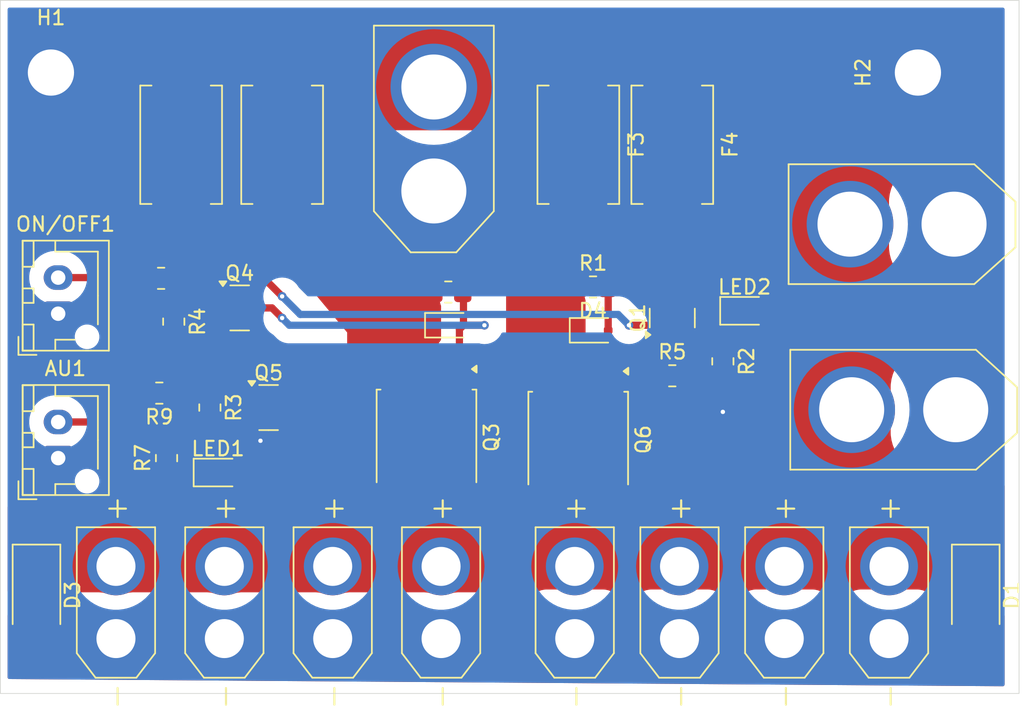
<source format=kicad_pcb>
(kicad_pcb (version 20240108) (generator "pcbnew") (generator_version "8.0")
  (layers (0 "F.Cu" signal) (31 "B.Cu" signal) (34 "B.Paste" user) (35 "F.Paste" user) (36 "B.SilkS" user "B.Silkscreen") (37 "F.SilkS" user "F.Silkscreen") (38 "B.Mask" user) (39 "F.Mask" user) (44 "Edge.Cuts" user))
  (net 0 "")
  (net 1 "GND")
  (net 2 "V_IN")
  (net 3 "Vbat_2")
  (net 4 "Vbat_1")
  (net 5 "Net-(LED1-K)")
  (net 6 "Net-(LED2-K)")
  (net 7 "ON{slash}OFF")
  (net 8 "Net-(Q4-S)")
  (net 9 "AU")
  (net 10 "Net-(ON/OFF1-Pin_2)")
  (net 11 "Net-(AU1-Pin_2)")
  (net 12 "/24V_1")
  (net 13 "/24V_2")
  (net 14 "Net-(D2-A)")
  (net 15 "Net-(D4-A)")
  (footprint "Connector_AMASS:AMASS_XT60-M_1x02_P7.20mm_Vertical" (layer "F.Cu") (at 92.615 53.35 180)
    (property "Reference" "xt60-female2" (hide yes))
    (property "Value" "Conn_01x02_Pin" (hide yes))
    (fp_line (start 11.45 4.15) (end 11.45 -4.15) (stroke (width 0.12)) (layer "F.SilkS"))
    (fp_line (start 11.45 -4.15) (end -1.4 -4.15) (stroke (width 0.12)) (layer "F.SilkS"))
    (fp_line (start -1.4 4.15) (end 11.45 4.15) (stroke (width 0.12)) (layer "F.SilkS"))
    (fp_line (start -1.4 -4.15) (end -4.25 -1.6) (stroke (width 0.12)) (layer "F.SilkS"))
    (fp_line (start -4.25 1.55) (end -1.4 4.15) (stroke (width 0.12)) (layer "F.SilkS"))
    (fp_line (start -4.25 -1.6) (end -4.25 1.55) (stroke (width 0.12)) (layer "F.SilkS"))
    (pad "1" thru_hole roundrect (at 0 0 180) (size 6 6) (drill 4.5) (layers "*.Cu" "*.Mask") (net 1 "GND"))
    (pad "2" thru_hole circle (at 7.2 0 180) (size 6 6) (drill 4.5) (layers "*.Cu" "*.Mask") (net 3 "Vbat_2"))
  )
  (footprint "LED_SMD:LED_0805_2012Metric" (layer "F.Cu") (at 41.5625 57.7)
    (property "Reference" "LED1" (at 0 -1.65 0) (layer "F.SilkS"))
    (property "Value" "GREEN" (hide yes))
    (fp_line (start -1.685 -0.96) (end -1.685 0.96) (stroke (width 0.12)) (layer "F.SilkS"))
    (fp_line (start -1.685 0.96) (end 1 0.96) (stroke (width 0.12)) (layer "F.SilkS"))
    (fp_line (start 1 -0.96) (end -1.685 -0.96) (stroke (width 0.12)) (layer "F.SilkS"))
    (pad "1" smd roundrect (at -0.9375 0) (size 0.975 1.4) (layers "F.Cu" "F.Paste" "F.Mask") (net 5 "Net-(LED1-K)"))
    (pad "2" smd roundrect (at 0.9375 0) (size 0.975 1.4) (layers "F.Cu" "F.Paste" "F.Mask") (net 4 "Vbat_1"))
  )
  (footprint "Resistor_SMD:R_0805_2012Metric_Pad1.20x1.40mm_HandSolder" (layer "F.Cu") (at 76.5 50 -90)
    (property "Reference" "R2" (at 0 -1.65 90) (layer "F.SilkS"))
    (property "Value" "5.1k" (hide yes))
    (fp_line (start -0.227064 0.735) (end 0.227064 0.735) (stroke (width 0.12)) (layer "F.SilkS"))
    (fp_line (start -0.227064 -0.735) (end 0.227064 -0.735) (stroke (width 0.12)) (layer "F.SilkS"))
    (pad "1" smd roundrect (at -1 0 270) (size 1.2 1.4) (layers "F.Cu" "F.Paste" "F.Mask") (roundrect_rratio 0.208333) (net 6 "Net-(LED2-K)"))
    (pad "2" smd roundrect (at 1 0 270) (size 1.2 1.4) (layers "F.Cu" "F.Paste" "F.Mask") (roundrect_rratio 0.208333) (net 1 "GND"))
  )
  (footprint "Package_TO_SOT_SMD:TO-252-2" (layer "F.Cu") (at 66.49 55.415 -90)
    (property "Reference" "Q6" (at 0 -4.5 90) (layer "F.SilkS"))
    (property "Value" " SM4185 " (hide yes))
    (fp_line (start -3.31 3.45) (end -3.31 3.18) (stroke (width 0.12)) (layer "F.SilkS"))
    (fp_line (start 3.11 3.45) (end -3.31 3.45) (stroke (width 0.12)) (layer "F.SilkS"))
    (fp_line (start -3.31 -3.45) (end -3.31 -3.18) (stroke (width 0.12)) (layer "F.SilkS"))
    (fp_line (start 3.11 -3.45) (end -3.31 -3.45) (stroke (width 0.12)) (layer "F.SilkS"))
    (fp_poly (pts (xy -4.73 -3.14) (xy -4.97 -3.47) (xy -4.49 -3.47) (xy -4.73 -3.14)) (stroke (width 0.12)) (fill solid) (layer "F.SilkS"))
    (pad "1" smd roundrect (at -5.04 -2.28 270) (size 2.2 1.2) (layers "F.Cu" "F.Paste" "F.Mask") (roundrect_rratio 0.208333) (net 15 "Net-(D4-A)"))
    (pad "2" smd roundrect (at -0.415 -1.525 270) (size 3.05 2.75) (layers "F.Cu" "F.Paste") (roundrect_rratio 0.090909) (net 3 "Vbat_2"))
    (pad "2" smd roundrect (at -0.415 1.525 270) (size 3.05 2.75) (layers "F.Cu" "F.Paste") (roundrect_rratio 0.090909) (net 3 "Vbat_2"))
    (pad "2" smd roundrect (at 1.26 0 270) (size 6.4 5.8) (layers "F.Cu" "F.Mask") (roundrect_rratio 0.043103) (net 3 "Vbat_2"))
    (pad "2" smd roundrect (at 2.935 -1.525 270) (size 3.05 2.75) (layers "F.Cu" "F.Paste") (roundrect_rratio 0.090909) (net 3 "Vbat_2"))
    (pad "2" smd roundrect (at 2.935 1.525 270) (size 3.05 2.75) (layers "F.Cu" "F.Paste") (roundrect_rratio 0.090909) (net 3 "Vbat_2"))
    (pad "3" smd roundrect (at -5.04 2.28 270) (size 2.2 1.2) (layers "F.Cu" "F.Paste" "F.Mask") (roundrect_rratio 0.208333) (net 13 "/24V_2"))
  )
  (footprint "LED_SMD:LED_0805_2012Metric" (layer "F.Cu") (at 78 46.5)
    (property "Reference" "LED2" (at 0 -1.65 360) (layer "F.SilkS"))
    (property "Value" "GREEN" (hide yes))
    (fp_line (start -1.685 -0.96) (end -1.685 0.96) (stroke (width 0.12)) (layer "F.SilkS"))
    (fp_line (start -1.685 0.96) (end 1 0.96) (stroke (width 0.12)) (layer "F.SilkS"))
    (fp_line (start 1 -0.96) (end -1.685 -0.96) (stroke (width 0.12)) (layer "F.SilkS"))
    (pad "1" smd roundrect (at -0.9375 0) (size 0.975 1.4) (layers "F.Cu" "F.Paste" "F.Mask") (net 6 "Net-(LED2-K)"))
    (pad "2" smd roundrect (at 0.9375 0) (size 0.975 1.4) (layers "F.Cu" "F.Paste" "F.Mask") (net 3 "Vbat_2"))
  )
  (footprint "Diode_SMD:D_SOD-323" (layer "F.Cu") (at 67.515 47.85)
    (property "Reference" "D4" (at -0.015 -1.35 360) (layer "F.SilkS"))
    (property "Value" "BZT52C15S" (hide yes))
    (fp_line (start -1.61 -0.85) (end -1.61 0.85) (stroke (width 0.12)) (layer "F.SilkS"))
    (fp_line (start -1.61 -0.85) (end 1.05 -0.85) (stroke (width 0.12)) (layer "F.SilkS"))
    (fp_line (start -1.61 0.85) (end 1.05 0.85) (stroke (width 0.12)) (layer "F.SilkS"))
    (pad "1" smd roundrect (at -1.05 0) (size 0.6 0.45) (layers "F.Cu" "F.Paste" "F.Mask") (net 13 "/24V_2"))
    (pad "2" smd roundrect (at 1.05 0) (size 0.6 0.45) (layers "F.Cu" "F.Paste" "F.Mask") (net 15 "Net-(D4-A)"))
  )
  (footprint "Resistor_SMD:R_0805_2012Metric_Pad1.20x1.40mm_HandSolder" (layer "F.Cu") (at 57.5 45.2)
    (property "Reference" "R11" (hide yes))
    (property "Value" "10k" (hide yes))
    (fp_line (start -0.227064 -0.735) (end 0.227064 -0.735) (stroke (width 0.12)) (layer "F.SilkS"))
    (fp_line (start -0.227064 0.735) (end 0.227064 0.735) (stroke (width 0.12)) (layer "F.SilkS"))
    (pad "1" smd roundrect (at -1 0) (size 1.2 1.4) (layers "F.Cu" "F.Paste" "F.Mask") (roundrect_rratio 0.208333) (net 12 "/24V_1"))
    (pad "2" smd roundrect (at 1 0) (size 1.2 1.4) (layers "F.Cu" "F.Paste" "F.Mask") (roundrect_rratio 0.208333) (net 14 "Net-(D2-A)"))
  )
  (footprint "Resistor_SMD:R_0805_2012Metric_Pad1.20x1.40mm_HandSolder" (layer "F.Cu") (at 37.625 44.25 180)
    (property "Reference" "R8" (hide yes))
    (property "Value" "100R")
    (fp_line (start -0.227064 0.735) (end 0.227064 0.735) (stroke (width 0.12)) (layer "F.SilkS"))
    (fp_line (start -0.227064 -0.735) (end 0.227064 -0.735) (stroke (width 0.12)) (layer "F.SilkS"))
    (pad "1" smd roundrect (at -1 0 180) (size 1.2 1.4) (layers "F.Cu" "F.Paste" "F.Mask") (roundrect_rratio 0.208333) (net 7 "ON{slash}OFF"))
    (pad "2" smd roundrect (at 1 0 180) (size 1.2 1.4) (layers "F.Cu" "F.Paste" "F.Mask") (roundrect_rratio 0.208333) (net 10 "Net-(ON/OFF1-Pin_2)"))
  )
  (footprint "Resistor_SMD:R_0805_2012Metric_Pad1.20x1.40mm_HandSolder" (layer "F.Cu") (at 38 56.7 90)
    (property "Reference" "R7" (at 0 -1.65 270) (layer "F.SilkS"))
    (property "Value" "5.1k" (hide yes))
    (fp_line (start -0.227064 -0.735) (end 0.227064 -0.735) (stroke (width 0.12)) (layer "F.SilkS"))
    (fp_line (start -0.227064 0.735) (end 0.227064 0.735) (stroke (width 0.12)) (layer "F.SilkS"))
    (pad "1" smd roundrect (at -1 0 90) (size 1.2 1.4) (layers "F.Cu" "F.Paste" "F.Mask") (roundrect_rratio 0.208333) (net 5 "Net-(LED1-K)"))
    (pad "2" smd roundrect (at 1 0 90) (size 1.2 1.4) (layers "F.Cu" "F.Paste" "F.Mask") (roundrect_rratio 0.208333) (net 1 "GND"))
  )
  (footprint "Diode_SMD:D_SOD-323" (layer "F.Cu") (at 57.5 47.5)
    (property "Reference" "D2" (hide yes))
    (property "Value" "BZT52C15S" (hide yes))
    (fp_line (start -1.61 -0.85) (end -1.61 0.85) (stroke (width 0.12)) (layer "F.SilkS"))
    (fp_line (start -1.61 -0.85) (end 1.05 -0.85) (stroke (width 0.12)) (layer "F.SilkS"))
    (fp_line (start -1.61 0.85) (end 1.05 0.85) (stroke (width 0.12)) (layer "F.SilkS"))
    (pad "1" smd roundrect (at -1.05 0) (size 0.6 0.45) (layers "F.Cu" "F.Paste" "F.Mask") (net 12 "/24V_1"))
    (pad "2" smd roundrect (at 1.05 0) (size 0.6 0.45) (layers "F.Cu" "F.Paste" "F.Mask") (net 14 "Net-(D2-A)"))
  )
  (footprint "Connector_AMASS:AMASS_XT30U-F_1x02_P5.0mm_Vertical" (layer "F.Cu") (at 57 69.2 90)
    (property "Reference" "xt30-motor4" (hide yes))
    (property "Value" "Conn_01x02_Pin" (hide yes))
    (fp_line (start 7.71 -2.71) (end 7.71 2.71) (stroke (width 0.12)) (layer "F.SilkS"))
    (fp_line (start -1.01 -2.71) (end 7.71 -2.71) (stroke (width 0.12)) (layer "F.SilkS"))
    (fp_line (start -2.71 -1.41) (end -1.01 -2.71) (stroke (width 0.12)) (layer "F.SilkS"))
    (fp_line (start -2.71 -1.41) (end -2.71 1.41) (stroke (width 0.12)) (layer "F.SilkS"))
    (fp_line (start -2.71 1.41) (end -1.01 2.71) (stroke (width 0.12)) (layer "F.SilkS"))
    (fp_line (start -1.01 2.71) (end 7.71 2.71) (stroke (width 0.12)) (layer "F.SilkS"))
    (fp_text user "-" (at -4 0 270) (layer "F.SilkS") (effects (font (size 1.5 1.5))))
    (fp_text user "+" (at 9 0 270) (layer "F.SilkS") (effects (font (size 1.5 1.5))))
    (pad "1" thru_hole rect (at 0 0 90) (size 3.8 3.8) (drill 2.7) (layers "*.Cu" "*.Mask") (net 1 "GND"))
    (pad "2" thru_hole circle (at 5 0 90) (size 4 4) (drill 2.7) (layers "*.Cu" "*.Mask") (net 4 "Vbat_1"))
  )
  (footprint "Fuse:Fuse_Bourns_MF-SM_7.98x5.44mm" (layer "F.Cu") (at 66.5 35 -90)
    (property "Reference" "F3" (at 0 -4 90) (layer "F.SilkS"))
    (property "Value" "Polyfuse" (hide yes))
    (fp_line (start -4.1 2.83) (end 4.1 2.83) (stroke (width 0.12)) (layer "F.SilkS"))
    (fp_line (start -4.1 2.83) (end -4.1 2.05) (stroke (width 0.12)) (layer "F.SilkS"))
    (fp_line (start 4.1 2.83) (end 4.1 2.05) (stroke (width 0.12)) (layer "F.SilkS"))
    (fp_line (start -4.1 -2.83) (end -4.1 -2.05) (stroke (width 0.12)) (layer "F.SilkS"))
    (fp_line (start -4.1 -2.83) (end 4.1 -2.83) (stroke (width 0.12)) (layer "F.SilkS"))
    (fp_line (start 4.1 -2.83) (end 4.1 -2.05) (stroke (width 0.12)) (layer "F.SilkS"))
    (pad "1" smd rect (at -3.7 0 270) (size 2.3 3.1) (layers "F.Cu" "F.Paste" "F.Mask") (net 2 "V_IN"))
    (pad "2" smd rect (at 3.7 0 270) (size 2.3 3.1) (layers "F.Cu" "F.Paste" "F.Mask") (net 13 "/24V_2"))
  )
  (footprint "Connector_AMASS:AMASS_XT60-M_1x02_P7.20mm_Vertical" (layer "F.Cu") (at 92.5 40.5 180)
    (property "Reference" "xt60-female1" (hide yes))
    (property "Value" "Conn_01x02_Pin" (hide yes))
    (fp_line (start 11.45 4.15) (end 11.45 -4.15) (stroke (width 0.12)) (layer "F.SilkS"))
    (fp_line (start 11.45 -4.15) (end -1.4 -4.15) (stroke (width 0.12)) (layer "F.SilkS"))
    (fp_line (start -1.4 4.15) (end 11.45 4.15) (stroke (width 0.12)) (layer "F.SilkS"))
    (fp_line (start -1.4 -4.15) (end -4.25 -1.6) (stroke (width 0.12)) (layer "F.SilkS"))
    (fp_line (start -4.25 1.55) (end -1.4 4.15) (stroke (width 0.12)) (layer "F.SilkS"))
    (fp_line (start -4.25 -1.6) (end -4.25 1.55) (stroke (width 0.12)) (layer "F.SilkS"))
    (pad "1" thru_hole roundrect (at 0 0 180) (size 6 6) (drill 4.5) (layers "*.Cu" "*.Mask") (net 1 "GND"))
    (pad "2" thru_hole circle (at 7.2 0 180) (size 6 6) (drill 4.5) (layers "*.Cu" "*.Mask") (net 3 "Vbat_2"))
  )
  (footprint "Connector_AMASS:AMASS_XT30U-F_1x02_P5.0mm_Vertical" (layer "F.Cu") (at 42 69.2 90)
    (property "Reference" "xt30-motor2" (hide yes))
    (property "Value" "Conn_01x02_Pin" (hide yes))
    (fp_line (start 7.71 -2.71) (end 7.71 2.71) (stroke (width 0.12)) (layer "F.SilkS"))
    (fp_line (start -1.01 -2.71) (end 7.71 -2.71) (stroke (width 0.12)) (layer "F.SilkS"))
    (fp_line (start -2.71 -1.41) (end -1.01 -2.71) (stroke (width 0.12)) (layer "F.SilkS"))
    (fp_line (start -2.71 -1.41) (end -2.71 1.41) (stroke (width 0.12)) (layer "F.SilkS"))
    (fp_line (start -2.71 1.41) (end -1.01 2.71) (stroke (width 0.12)) (layer "F.SilkS"))
    (fp_line (start -1.01 2.71) (end 7.71 2.71) (stroke (width 0.12)) (layer "F.SilkS"))
    (fp_text user "+" (at 9 0 270) (layer "F.SilkS") (effects (font (size 1.5 1.5))))
    (fp_text user "-" (at -4 0 270) (layer "F.SilkS") (effects (font (size 1.5 1.5))))
    (pad "1" thru_hole rect (at 0 0 90) (size 3.8 3.8) (drill 2.7) (layers "*.Cu" "*.Mask") (net 1 "GND"))
    (pad "2" thru_hole circle (at 5 0 90) (size 4 4) (drill 2.7) (layers "*.Cu" "*.Mask") (net 4 "Vbat_1"))
  )
  (footprint "Connector_AMASS:AMASS_XT30U-F_1x02_P5.0mm_Vertical" (layer "F.Cu") (at 73.5 69.2 90)
    (property "Reference" "xt30-female2" (hide yes))
    (property "Value" "Conn_01x02_Pin" (hide yes))
    (fp_line (start 7.71 -2.71) (end 7.71 2.71) (stroke (width 0.12)) (layer "F.SilkS"))
    (fp_line (start -1.01 -2.71) (end 7.71 -2.71) (stroke (width 0.12)) (layer "F.SilkS"))
    (fp_line (start -2.71 -1.41) (end -1.01 -2.71) (stroke (width 0.12)) (layer "F.SilkS"))
    (fp_line (start -2.71 -1.41) (end -2.71 1.41) (stroke (width 0.12)) (layer "F.SilkS"))
    (fp_line (start -2.71 1.41) (end -1.01 2.71) (stroke (width 0.12)) (layer "F.SilkS"))
    (fp_line (start -1.01 2.71) (end 7.71 2.71) (stroke (width 0.12)) (layer "F.SilkS"))
    (fp_text user "+" (at 9 0 270) (layer "F.SilkS") (effects (font (size 1.5 1.5))))
    (fp_text user "-" (at -4 0 270) (layer "F.SilkS") (effects (font (size 1.5 1.5))))
    (pad "1" thru_hole rect (at 0 0 90) (size 3.8 3.8) (drill 2.7) (layers "*.Cu" "*.Mask") (net 1 "GND"))
    (pad "2" thru_hole circle (at 5 0 90) (size 4 4) (drill 2.7) (layers "*.Cu" "*.Mask") (net 3 "Vbat_2"))
  )
  (footprint "Package_TO_SOT_SMD:SOT-23" (layer "F.Cu") (at 73 47 90)
    (property "Reference" "Q1" (at 0 -2.4 270) (layer "F.SilkS"))
    (property "Value" "2N7002" (hide yes))
    (fp_line (start 0 -1.56) (end 0.65 -1.56) (stroke (width 0.12)) (layer "F.SilkS"))
    (fp_line (start 0 -1.56) (end -0.65 -1.56) (stroke (width 0.12)) (layer "F.SilkS"))
    (fp_line (start 0 1.56) (end 0.65 1.56) (stroke (width 0.12)) (layer "F.SilkS"))
    (fp_line (start 0 1.56) (end -0.65 1.56) (stroke (width 0.12)) (layer "F.SilkS"))
    (fp_poly (pts (xy -1.1625 -1.51) (xy -1.4025 -1.84) (xy -0.9225 -1.84) (xy -1.1625 -1.51)) (stroke (width 0.12)) (fill solid) (layer "F.SilkS"))
    (pad "1" smd roundrect (at -0.9375 -0.95 90) (size 1.475 0.6) (layers "F.Cu" "F.Paste" "F.Mask") (net 7 "ON{slash}OFF"))
    (pad "2" smd roundrect (at -0.9375 0.95 90) (size 1.475 0.6) (layers "F.Cu" "F.Paste" "F.Mask") (net 1 "GND"))
    (pad "3" smd roundrect (at 0.9375 0 90) (size 1.475 0.6) (layers "F.Cu" "F.Paste" "F.Mask") (net 15 "Net-(D4-A)"))
  )
  (footprint "Resistor_SMD:R_0805_2012Metric_Pad1.20x1.40mm_HandSolder" (layer "F.Cu") (at 41 53.2 -90)
    (property "Reference" "R3" (at 0 -1.65 90) (layer "F.SilkS"))
    (property "Value" "10k" (hide yes))
    (fp_line (start -0.227064 0.735) (end 0.227064 0.735) (stroke (width 0.12)) (layer "F.SilkS"))
    (fp_line (start -0.227064 -0.735) (end 0.227064 -0.735) (stroke (width 0.12)) (layer "F.SilkS"))
    (pad "1" smd roundrect (at -1 0 270) (size 1.2 1.4) (layers "F.Cu" "F.Paste" "F.Mask") (roundrect_rratio 0.208333) (net 9 "AU"))
    (pad "2" smd roundrect (at 1 0 270) (size 1.2 1.4) (layers "F.Cu" "F.Paste" "F.Mask") (roundrect_rratio 0.208333) (net 1 "GND"))
  )
  (footprint "Connector_JST:JST_XH_B2B-XH-AM_1x02_P2.50mm_Vertical" (layer "F.Cu") (at 30.5 46.7 90)
    (property "Reference" "ON/OFF1" (at 6.2 0.5 0) (layer "F.SilkS"))
    (property "Value" "Conn_01x02_Pin" (hide yes))
    (fp_line (start -1.6 -2.75) (end -2.85 -2.75) (stroke (width 0.12)) (layer "F.SilkS"))
    (fp_line (start -2.85 -2.75) (end -2.85 -1.5) (stroke (width 0.12)) (layer "F.SilkS"))
    (fp_line (start 5.06 -2.46) (end -2.56 -2.46) (stroke (width 0.12)) (layer "F.SilkS"))
    (fp_line (start -2.56 -2.46) (end -2.56 3.51) (stroke (width 0.12)) (layer "F.SilkS"))
    (fp_line (start 5.05 -2.45) (end 3.25 -2.45) (stroke (width 0.12)) (layer "F.SilkS"))
    (fp_line (start 3.25 -2.45) (end 3.25 -1.7) (stroke (width 0.12)) (layer "F.SilkS"))
    (fp_line (start 1.75 -2.45) (end 0.75 -2.45) (stroke (width 0.12)) (layer "F.SilkS"))
    (fp_line (start 0.75 -2.45) (end 0.75 -1.7) (stroke (width 0.12)) (layer "F.SilkS"))
    (fp_line (start -0.75 -2.45) (end -2.55 -2.45) (stroke (width 0.12)) (layer "F.SilkS"))
    (fp_line (start -2.55 -2.45) (end -2.55 -1.7) (stroke (width 0.12)) (layer "F.SilkS"))
    (fp_line (start 5.05 -1.7) (end 5.05 -2.45) (stroke (width 0.12)) (layer "F.SilkS"))
    (fp_line (start 3.25 -1.7) (end 5.05 -1.7) (stroke (width 0.12)) (layer "F.SilkS"))
    (fp_line (start 1.75 -1.7) (end 1.75 -2.45) (stroke (width 0.12)) (layer "F.SilkS"))
    (fp_line (start 0.75 -1.7) (end 1.75 -1.7) (stroke (width 0.12)) (layer "F.SilkS"))
    (fp_line (start -0.75 -1.7) (end -0.75 -2.45) (stroke (width 0.12)) (layer "F.SilkS"))
    (fp_line (start -2.55 -1.7) (end -0.75 -1.7) (stroke (width 0.12)) (layer "F.SilkS"))
    (fp_line (start 5.05 -0.2) (end 4.3 -0.2) (stroke (width 0.12)) (layer "F.SilkS"))
    (fp_line (start 4.3 -0.2) (end 4.3 2.75) (stroke (width 0.12)) (layer "F.SilkS"))
    (fp_line (start -1.8 -0.2) (end -1.8 1.14) (stroke (width 0.12)) (layer "F.SilkS"))
    (fp_line (start -2.55 -0.2) (end -1.8 -0.2) (stroke (width 0.12)) (layer "F.SilkS"))
    (fp_line (start 4.3 2.75) (end 1.25 2.75) (stroke (width 0.12)) (layer "F.SilkS"))
    (fp_line (start 1.25 2.75) (end -0.74 2.75) (stroke (width 0.12)) (layer "F.SilkS"))
    (fp_line (start 5.06 3.51) (end 5.06 -2.46) (stroke (width 0.12)) (layer "F.SilkS"))
    (fp_line (start -2.56 3.51) (end 5.06 3.51) (stroke (width 0.12)) (layer "F.SilkS"))
    (pad "" np_thru_hole circle (at -1.6 2 90) (size 1.2 1.2) (drill 1.2) (layers "*.Cu" "*.Mask"))
    (pad "1" thru_hole roundrect (at 0 0 90) (size 1.7 2) (drill 1) (layers "*.Cu" "*.Mask") (roundrect_rratio 0.147059) (net 1 "GND"))
    (pad "2" thru_hole oval (at 2.5 0 90) (size 1.7 2) (drill 1) (layers "*.Cu" "*.Mask") (net 10 "Net-(ON/OFF1-Pin_2)"))
  )
  (footprint "Connector_AMASS:AMASS_XT60-M_1x02_P7.20mm_Vertical" (layer "F.Cu") (at 56.5 38.2 90)
    (property "Reference" "xt60-female3" (hide yes))
    (property "Value" "Conn_01x02_Pin" (hide yes))
    (fp_line (start 11.45 -4.15) (end -1.4 -4.15) (stroke (width 0.12)) (layer "F.SilkS"))
    (fp_line (start -1.4 -4.15) (end -4.25 -1.6) (stroke (width 0.12)) (layer "F.SilkS"))
    (fp_line (start -4.25 -1.6) (end -4.25 1.55) (stroke (width 0.12)) (layer "F.SilkS"))
    (fp_line (start -4.25 1.55) (end -1.4 4.15) (stroke (width 0.12)) (layer "F.SilkS"))
    (fp_line (start 11.45 4.15) (end 11.45 -4.15) (stroke (width 0.12)) (layer "F.SilkS"))
    (fp_line (start -1.4 4.15) (end 11.45 4.15) (stroke (width 0.12)) (layer "F.SilkS"))
    (pad "1" thru_hole roundrect (at 0 0 90) (size 6 6) (drill 4.5) (layers "*.Cu" "*.Mask") (net 1 "GND"))
    (pad "2" thru_hole circle (at 7.2 0 90) (size 6 6) (drill 4.5) (layers "*.Cu" "*.Mask") (net 2 "V_IN"))
  )
  (footprint "Package_TO_SOT_SMD:TO-252-2" (layer "F.Cu") (at 55.99 55.265 -90)
    (property "Reference" "Q3" (at 0 -4.5 90) (layer "F.SilkS"))
    (property "Value" " SM4185 ")
    (fp_line (start -3.31 3.45) (end -3.31 3.18) (stroke (width 0.12)) (layer "F.SilkS"))
    (fp_line (start 3.11 3.45) (end -3.31 3.45) (stroke (width 0.12)) (layer "F.SilkS"))
    (fp_line (start -3.31 -3.45) (end -3.31 -3.18) (stroke (width 0.12)) (layer "F.SilkS"))
    (fp_line (start 3.11 -3.45) (end -3.31 -3.45) (stroke (width 0.12)) (layer "F.SilkS"))
    (fp_poly (pts (xy -4.73 -3.14) (xy -4.97 -3.47) (xy -4.49 -3.47) (xy -4.73 -3.14)) (stroke (width 0.12)) (fill solid) (layer "F.SilkS"))
    (pad "1" smd roundrect (at -5.04 -2.28 270) (size 2.2 1.2) (layers "F.Cu" "F.Paste" "F.Mask") (roundrect_rratio 0.208333) (net 14 "Net-(D2-A)"))
    (pad "2" smd roundrect (at -0.415 -1.525 270) (size 3.05 2.75) (layers "F.Cu" "F.Paste") (roundrect_rratio 0.090909) (net 4 "Vbat_1"))
    (pad "2" smd roundrect (at -0.415 1.525 270) (size 3.05 2.75) (layers "F.Cu" "F.Paste") (roundrect_rratio 0.090909) (net 4 "Vbat_1"))
    (pad "2" smd roundrect (at 1.26 0 270) (size 6.4 5.8) (layers "F.Cu" "F.Mask") (roundrect_rratio 0.043103) (net 4 "Vbat_1"))
    (pad "2" smd roundrect (at 2.935 -1.525 270) (size 3.05 2.75) (layers "F.Cu" "F.Paste") (roundrect_rratio 0.090909) (net 4 "Vbat_1"))
    (pad "2" smd roundrect (at 2.935 1.525 270) (size 3.05 2.75) (layers "F.Cu" "F.Paste") (roundrect_rratio 0.090909) (net 4 "Vbat_1"))
    (pad "3" smd roundrect (at -5.04 2.28 270) (size 2.2 1.2) (layers "F.Cu" "F.Paste" "F.Mask") (roundrect_rratio 0.208333) (net 12 "/24V_1"))
  )
  (footprint "MountingHole:MountingHole_3.2mm_M3_DIN965_Pad" (layer "F.Cu") (at 90 30 90)
    (property "Reference" "H2" (at 0 -3.8 270) (layer "F.SilkS"))
    (property "Value" "MountingHole_Pad" (hide yes))
    (pad "1" thru_hole circle (at 0 0 90) (size 5.6 5.6) (drill 3.2) (layers "*.Cu" "*.Mask") (net 1 "GND"))
  )
  (footprint "Resistor_SMD:R_0805_2012Metric_Pad1.20x1.40mm_HandSolder" (layer "F.Cu") (at 37.5 52.2 180)
    (property "Reference" "R9" (at 0 -1.65 180) (layer "F.SilkS"))
    (property "Value" "100R" (hide yes))
    (fp_line (start -0.227064 0.735) (end 0.227064 0.735) (stroke (width 0.12)) (layer "F.SilkS"))
    (fp_line (start -0.227064 -0.735) (end 0.227064 -0.735) (stroke (width 0.12)) (layer "F.SilkS"))
    (pad "1" smd roundrect (at -1 0 180) (size 1.2 1.4) (layers "F.Cu" "F.Paste" "F.Mask") (roundrect_rratio 0.208333) (net 9 "AU"))
    (pad "2" smd roundrect (at 1 0 180) (size 1.2 1.4) (layers "F.Cu" "F.Paste" "F.Mask") (roundrect_rratio 0.208333) (net 11 "Net-(AU1-Pin_2)"))
  )
  (footprint "MountingHole:MountingHole_3.2mm_M3_DIN965_Pad" (layer "F.Cu") (at 30 30)
    (property "Reference" "H1" (at 0 -3.8 0) (layer "F.SilkS"))
    (property "Value" "MountingHole_Pad" (hide yes))
    (pad "1" thru_hole circle (at 0 0) (size 5.6 5.6) (drill 3.2) (layers "*.Cu" "*.Mask") (net 1 "GND"))
  )
  (footprint "Connector_AMASS:AMASS_XT30U-F_1x02_P5.0mm_Vertical" (layer "F.Cu") (at 88 69.2 90)
    (property "Reference" "xt30-female4" (hide yes))
    (property "Value" "Conn_01x02_Pin" (hide yes))
    (fp_line (start 7.71 -2.71) (end 7.71 2.71) (stroke (width 0.12)) (layer "F.SilkS"))
    (fp_line (start -1.01 -2.71) (end 7.71 -2.71) (stroke (width 0.12)) (layer "F.SilkS"))
    (fp_line (start -2.71 -1.41) (end -1.01 -2.71) (stroke (width 0.12)) (layer "F.SilkS"))
    (fp_line (start -2.71 -1.41) (end -2.71 1.41) (stroke (width 0.12)) (layer "F.SilkS"))
    (fp_line (start -2.71 1.41) (end -1.01 2.71) (stroke (width 0.12)) (layer "F.SilkS"))
    (fp_line (start -1.01 2.71) (end 7.71 2.71) (stroke (width 0.12)) (layer "F.SilkS"))
    (fp_text user "-" (at -4 0 270) (layer "F.SilkS") (effects (font (size 1.5 1.5))))
    (fp_text user "+" (at 9 0 270) (layer "F.SilkS") (effects (font (size 1.5 1.5))))
    (pad "1" thru_hole rect (at 0 0 90) (size 3.8 3.8) (drill 2.7) (layers "*.Cu" "*.Mask") (net 1 "GND"))
    (pad "2" thru_hole circle (at 5 0 90) (size 4 4) (drill 2.7) (layers "*.Cu" "*.Mask") (net 3 "Vbat_2"))
  )
  (footprint "Connector_AMASS:AMASS_XT30U-F_1x02_P5.0mm_Vertical" (layer "F.Cu") (at 66.25 69.2 90)
    (property "Reference" "xt30-female1" (hide yes))
    (property "Value" "Conn_01x02_Pin" (hide yes))
    (fp_line (start 7.71 -2.71) (end 7.71 2.71) (stroke (width 0.12)) (layer "F.SilkS"))
    (fp_line (start -1.01 -2.71) (end 7.71 -2.71) (stroke (width 0.12)) (layer "F.SilkS"))
    (fp_line (start -2.71 -1.41) (end -1.01 -2.71) (stroke (width 0.12)) (layer "F.SilkS"))
    (fp_line (start -2.71 -1.41) (end -2.71 1.41) (stroke (width 0.12)) (layer "F.SilkS"))
    (fp_line (start -2.71 1.41) (end -1.01 2.71) (stroke (width 0.12)) (layer "F.SilkS"))
    (fp_line (start -1.01 2.71) (end 7.71 2.71) (stroke (width 0.12)) (layer "F.SilkS"))
    (fp_text user "-" (at -4 0 270) (layer "F.SilkS") (effects (font (size 1.5 1.5))))
    (fp_text user "+" (at 9 0 270) (layer "F.SilkS") (effects (font (size 1.5 1.5))))
    (pad "1" thru_hole rect (at 0 0 90) (size 3.8 3.8) (drill 2.7) (layers "*.Cu" "*.Mask") (net 1 "GND"))
    (pad "2" thru_hole circle (at 5 0 90) (size 4 4) (drill 2.7) (layers "*.Cu" "*.Mask") (net 3 "Vbat_2"))
  )
  (footprint "Resistor_SMD:R_0805_2012Metric_Pad1.20x1.40mm_HandSolder" (layer "F.Cu") (at 67.515 44.85)
    (property "Reference" "R1" (at 0 -1.65 360) (layer "F.SilkS"))
    (property "Value" "10k" (hide yes))
    (fp_line (start -0.227064 -0.735) (end 0.227064 -0.735) (stroke (width 0.12)) (layer "F.SilkS"))
    (fp_line (start -0.227064 0.735) (end 0.227064 0.735) (stroke (width 0.12)) (layer "F.SilkS"))
    (pad "1" smd roundrect (at -1 0) (size 1.2 1.4) (layers "F.Cu" "F.Paste" "F.Mask") (roundrect_rratio 0.208333) (net 13 "/24V_2"))
    (pad "2" smd roundrect (at 1 0) (size 1.2 1.4) (layers "F.Cu" "F.Paste" "F.Mask") (roundrect_rratio 0.208333) (net 15 "Net-(D4-A)"))
  )
  (footprint "Resistor_SMD:R_0805_2012Metric_Pad1.20x1.40mm_HandSolder" (layer "F.Cu") (at 38.5 47.25 -90)
    (property "Reference" "R4" (at 0 -1.65 90) (layer "F.SilkS"))
    (property "Value" "10k")
    (fp_line (start -0.227064 0.735) (end 0.227064 0.735) (stroke (width 0.12)) (layer "F.SilkS"))
    (fp_line (start -0.227064 -0.735) (end 0.227064 -0.735) (stroke (width 0.12)) (layer "F.SilkS"))
    (pad "1" smd roundrect (at -1 0 270) (size 1.2 1.4) (layers "F.Cu" "F.Paste" "F.Mask") (roundrect_rratio 0.208333) (net 7 "ON{slash}OFF"))
    (pad "2" smd roundrect (at 1 0 270) (size 1.2 1.4) (layers "F.Cu" "F.Paste" "F.Mask") (roundrect_rratio 0.208333) (net 8 "Net-(Q4-S)"))
  )
  (footprint "Fuse:Fuse_Bourns_MF-SM_7.98x5.44mm" (layer "F.Cu") (at 46 35 -90)
    (property "Reference" "F1" (hide yes))
    (property "Value" "Polyfuse" (hide yes))
    (fp_line (start -4.1 2.83) (end 4.1 2.83) (stroke (width 0.12)) (layer "F.SilkS"))
    (fp_line (start -4.1 2.83) (end -4.1 2.05) (stroke (width 0.12)) (layer "F.SilkS"))
    (fp_line (start 4.1 2.83) (end 4.1 2.05) (stroke (width 0.12)) (layer "F.SilkS"))
    (fp_line (start -4.1 -2.83) (end -4.1 -2.05) (stroke (width 0.12)) (layer "F.SilkS"))
    (fp_line (start -4.1 -2.83) (end 4.1 -2.83) (stroke (width 0.12)) (layer "F.SilkS"))
    (fp_line (start 4.1 -2.83) (end 4.1 -2.05) (stroke (width 0.12)) (layer "F.SilkS"))
    (pad "1" smd rect (at -3.7 0 270) (size 2.3 3.1) (layers "F.Cu" "F.Paste" "F.Mask") (net 2 "V_IN"))
    (pad "2" smd rect (at 3.7 0 270) (size 2.3 3.1) (layers "F.Cu" "F.Paste" "F.Mask") (net 12 "/24V_1"))
  )
  (footprint "Resistor_SMD:R_0805_2012Metric_Pad1.20x1.40mm_HandSolder" (layer "F.Cu") (at 73 51)
    (property "Reference" "R5" (at 0 -1.65 360) (layer "F.SilkS"))
    (property "Value" "10k" (hide yes))
    (fp_line (start -0.227064 -0.735) (end 0.227064 -0.735) (stroke (width 0.12)) (layer "F.SilkS"))
    (fp_line (start -0.227064 0.735) (end 0.227064 0.735) (stroke (width 0.12)) (layer "F.SilkS"))
    (pad "1" smd roundrect (at -1 0) (size 1.2 1.4) (layers "F.Cu" "F.Paste" "F.Mask") (roundrect_rratio 0.208333) (net 7 "ON{slash}OFF"))
    (pad "2" smd roundrect (at 1 0) (size 1.2 1.4) (layers "F.Cu" "F.Paste" "F.Mask") (roundrect_rratio 0.208333) (net 1 "GND"))
  )
  (footprint "Connector_AMASS:AMASS_XT30U-F_1x02_P5.0mm_Vertical" (layer "F.Cu") (at 49.5 69.2 90)
    (property "Reference" "xt30-motor3" (hide yes))
    (property "Value" "Conn_01x02_Pin" (hide yes))
    (fp_line (start 7.71 -2.71) (end 7.71 2.71) (stroke (width 0.12)) (layer "F.SilkS"))
    (fp_line (start -1.01 -2.71) (end 7.71 -2.71) (stroke (width 0.12)) (layer "F.SilkS"))
    (fp_line (start -2.71 -1.41) (end -1.01 -2.71) (stroke (width 0.12)) (layer "F.SilkS"))
    (fp_line (start -2.71 -1.41) (end -2.71 1.41) (stroke (width 0.12)) (layer "F.SilkS"))
    (fp_line (start -2.71 1.41) (end -1.01 2.71) (stroke (width 0.12)) (layer "F.SilkS"))
    (fp_line (start -1.01 2.71) (end 7.71 2.71) (stroke (width 0.12)) (layer "F.SilkS"))
    (fp_text user "-" (at -4 0 270) (layer "F.SilkS") (effects (font (size 1.5 1.5))))
    (fp_text user "+" (at 9 0 270) (layer "F.SilkS") (effects (font (size 1.5 1.5))))
    (pad "1" thru_hole rect (at 0 0 90) (size 3.8 3.8) (drill 2.7) (layers "*.Cu" "*.Mask") (net 1 "GND"))
    (pad "2" thru_hole circle (at 5 0 90) (size 4 4) (drill 2.7) (layers "*.Cu" "*.Mask") (net 4 "Vbat_1"))
  )
  (footprint "Package_TO_SOT_SMD:SOT-23" (layer "F.Cu") (at 45.0625 53.2)
    (property "Reference" "Q5" (at 0 -2.4 360) (layer "F.SilkS"))
    (property "Value" "2N7002" (hide yes))
    (fp_line (start 0 -1.56) (end -0.65 -1.56) (stroke (width 0.12)) (layer "F.SilkS"))
    (fp_line (start 0 -1.56) (end 0.65 -1.56) (stroke (width 0.12)) (layer "F.SilkS"))
    (fp_line (start 0 1.56) (end -0.65 1.56) (stroke (width 0.12)) (layer "F.SilkS"))
    (fp_line (start 0 1.56) (end 0.65 1.56) (stroke (width 0.12)) (layer "F.SilkS"))
    (fp_poly (pts (xy -1.1625 -1.51) (xy -1.4025 -1.84) (xy -0.9225 -1.84) (xy -1.1625 -1.51)) (stroke (width 0.12)) (fill solid) (layer "F.SilkS"))
    (pad "1" smd roundrect (at -0.9375 -0.95) (size 1.475 0.6) (layers "F.Cu" "F.Paste" "F.Mask") (net 9 "AU"))
    (pad "2" smd roundrect (at -0.9375 0.95) (size 1.475 0.6) (layers "F.Cu" "F.Paste" "F.Mask") (net 1 "GND"))
    (pad "3" smd roundrect (at 0.9375 0) (size 1.475 0.6) (layers "F.Cu" "F.Paste" "F.Mask") (net 8 "Net-(Q4-S)"))
  )
  (footprint "Connector_AMASS:AMASS_XT30U-F_1x02_P5.0mm_Vertical" (layer "F.Cu") (at 80.75 69.2 90)
    (property "Reference" "xt30-female3" (hide yes))
    (property "Value" "Conn_01x02_Pin" (hide yes))
    (fp_line (start 7.71 -2.71) (end 7.71 2.71) (stroke (width 0.12)) (layer "F.SilkS"))
    (fp_line (start -1.01 -2.71) (end 7.71 -2.71) (stroke (width 0.12)) (layer "F.SilkS"))
    (fp_line (start -2.71 -1.41) (end -1.01 -2.71) (stroke (width 0.12)) (layer "F.SilkS"))
    (fp_line (start -2.71 -1.41) (end -2.71 1.41) (stroke (width 0.12)) (layer "F.SilkS"))
    (fp_line (start -2.71 1.41) (end -1.01 2.71) (stroke (width 0.12)) (layer "F.SilkS"))
    (fp_line (start -1.01 2.71) (end 7.71 2.71) (stroke (width 0.12)) (layer "F.SilkS"))
    (fp_text user "-" (at -4 0 270) (layer "F.SilkS") (effects (font (size 1.5 1.5))))
    (fp_text user "+" (at 9 0 270) (layer "F.SilkS") (effects (font (size 1.5 1.5))))
    (pad "1" thru_hole rect (at 0 0 90) (size 3.8 3.8) (drill 2.7) (layers "*.Cu" "*.Mask") (net 1 "GND"))
    (pad "2" thru_hole circle (at 5 0 90) (size 4 4) (drill 2.7) (layers "*.Cu" "*.Mask") (net 3 "Vbat_2"))
  )
  (footprint "Diode_SMD:D_SMA" (layer "F.Cu") (at 94 66.2 -90)
    (property "Reference" "D1" (at 0 -2.5 90) (layer "F.SilkS"))
    (property "Value" "D")
    (fp_line (start -3.51 1.65) (end 2 1.65) (stroke (width 0.12)) (layer "F.SilkS"))
    (fp_line (start -3.51 -1.65) (end -3.51 1.65) (stroke (width 0.12)) (layer "F.SilkS"))
    (fp_line (start -3.51 -1.65) (end 2 -1.65) (stroke (width 0.12)) (layer "F.SilkS"))
    (pad "1" smd roundrect (at -2 0 270) (size 2.5 1.8) (layers "F.Cu" "F.Paste" "F.Mask") (roundrect_rratio 0.1388888889) (net 3 "Vbat_2"))
    (pad "2" smd roundrect (at 2 0 270) (size 2.5 1.8) (layers "F.Cu" "F.Paste" "F.Mask") (roundrect_rratio 0.1388888889) (net 1 "GND"))
  )
  (footprint "Connector_AMASS:AMASS_XT30U-F_1x02_P5.0mm_Vertical" (layer "F.Cu") (at 34.5 69.2 90)
    (property "Reference" "xt30-motor1" (hide yes))
    (property "Value" "Conn_01x02_Pin" (hide yes))
    (fp_line (start 7.71 -2.71) (end 7.71 2.71) (stroke (width 0.12)) (layer "F.SilkS"))
    (fp_line (start -1.01 -2.71) (end 7.71 -2.71) (stroke (width 0.12)) (layer "F.SilkS"))
    (fp_line (start -2.71 -1.41) (end -1.01 -2.71) (stroke (width 0.12)) (layer "F.SilkS"))
    (fp_line (start -2.71 -1.41) (end -2.71 1.41) (stroke (width 0.12)) (layer "F.SilkS"))
    (fp_line (start -2.71 1.41) (end -1.01 2.71) (stroke (width 0.12)) (layer "F.SilkS"))
    (fp_line (start -1.01 2.71) (end 7.71 2.71) (stroke (width 0.12)) (layer "F.SilkS"))
    (fp_text user "+" (at 9 0 270) (layer "F.SilkS") (effects (font (size 1.5 1.5))))
    (fp_text user "-" (at -4 0 270) (layer "F.SilkS") (effects (font (size 1.5 1.5))))
    (pad "1" thru_hole rect (at 0 0 90) (size 3.8 3.8) (drill 2.7) (layers "*.Cu" "*.Mask") (net 1 "GND"))
    (pad "2" thru_hole circle (at 5 0 90) (size 4 4) (drill 2.7) (layers "*.Cu" "*.Mask") (net 4 "Vbat_1"))
  )
  (footprint "Package_TO_SOT_SMD:SOT-23" (layer "F.Cu") (at 43.0625 46.3)
    (property "Reference" "Q4" (at 0 -2.4 360) (layer "F.SilkS"))
    (property "Value" "2N7002")
    (fp_line (start 0 -1.56) (end -0.65 -1.56) (stroke (width 0.12)) (layer "F.SilkS"))
    (fp_line (start 0 -1.56) (end 0.65 -1.56) (stroke (width 0.12)) (layer "F.SilkS"))
    (fp_line (start 0 1.56) (end -0.65 1.56) (stroke (width 0.12)) (layer "F.SilkS"))
    (fp_line (start 0 1.56) (end 0.65 1.56) (stroke (width 0.12)) (layer "F.SilkS"))
    (fp_poly (pts (xy -1.1625 -1.51) (xy -1.4025 -1.84) (xy -0.9225 -1.84) (xy -1.1625 -1.51)) (stroke (width 0.12)) (fill solid) (layer "F.SilkS"))
    (pad "1" smd roundrect (at -0.9375 -0.95) (size 1.475 0.6) (layers "F.Cu" "F.Paste" "F.Mask") (net 7 "ON{slash}OFF"))
    (pad "2" smd roundrect (at -0.9375 0.95) (size 1.475 0.6) (layers "F.Cu" "F.Paste" "F.Mask") (net 8 "Net-(Q4-S)"))
    (pad "3" smd roundrect (at 0.9375 0) (size 1.475 0.6) (layers "F.Cu" "F.Paste" "F.Mask") (net 14 "Net-(D2-A)"))
  )
  (footprint "Connector_JST:JST_XH_B2B-XH-AM_1x02_P2.50mm_Vertical" (layer "F.Cu") (at 30.5 56.7 90)
    (property "Reference" "AU1" (at 6.2 0.5 0) (layer "F.SilkS"))
    (property "Value" "Conn_01x02_Pin" (hide yes))
    (fp_line (start -1.6 -2.75) (end -2.85 -2.75) (stroke (width 0.12)) (layer "F.SilkS"))
    (fp_line (start -2.85 -2.75) (end -2.85 -1.5) (stroke (width 0.12)) (layer "F.SilkS"))
    (fp_line (start 5.06 -2.46) (end -2.56 -2.46) (stroke (width 0.12)) (layer "F.SilkS"))
    (fp_line (start -2.56 -2.46) (end -2.56 3.51) (stroke (width 0.12)) (layer "F.SilkS"))
    (fp_line (start 5.05 -2.45) (end 3.25 -2.45) (stroke (width 0.12)) (layer "F.SilkS"))
    (fp_line (start 3.25 -2.45) (end 3.25 -1.7) (stroke (width 0.12)) (layer "F.SilkS"))
    (fp_line (start 1.75 -2.45) (end 0.75 -2.45) (stroke (width 0.12)) (layer "F.SilkS"))
    (fp_line (start 0.75 -2.45) (end 0.75 -1.7) (stroke (width 0.12)) (layer "F.SilkS"))
    (fp_line (start -0.75 -2.45) (end -2.55 -2.45) (stroke (width 0.12)) (layer "F.SilkS"))
    (fp_line (start -2.55 -2.45) (end -2.55 -1.7) (stroke (width 0.12)) (layer "F.SilkS"))
    (fp_line (start 5.05 -1.7) (end 5.05 -2.45) (stroke (width 0.12)) (layer "F.SilkS"))
    (fp_line (start 3.25 -1.7) (end 5.05 -1.7) (stroke (width 0.12)) (layer "F.SilkS"))
    (fp_line (start 1.75 -1.7) (end 1.75 -2.45) (stroke (width 0.12)) (layer "F.SilkS"))
    (fp_line (start 0.75 -1.7) (end 1.75 -1.7) (stroke (width 0.12)) (layer "F.SilkS"))
    (fp_line (start -0.75 -1.7) (end -0.75 -2.45) (stroke (width 0.12)) (layer "F.SilkS"))
    (fp_line (start -2.55 -1.7) (end -0.75 -1.7) (stroke (width 0.12)) (layer "F.SilkS"))
    (fp_line (start 5.05 -0.2) (end 4.3 -0.2) (stroke (width 0.12)) (layer "F.SilkS"))
    (fp_line (start 4.3 -0.2) (end 4.3 2.75) (stroke (width 0.12)) (layer "F.SilkS"))
    (fp_line (start -1.8 -0.2) (end -1.8 1.14) (stroke (width 0.12)) (layer "F.SilkS"))
    (fp_line (start -2.55 -0.2) (end -1.8 -0.2) (stroke (width 0.12)) (layer "F.SilkS"))
    (fp_line (start 4.3 2.75) (end 1.25 2.75) (stroke (width 0.12)) (layer "F.SilkS"))
    (fp_line (start 1.25 2.75) (end -0.74 2.75) (stroke (width 0.12)) (layer "F.SilkS"))
    (fp_line (start 5.06 3.51) (end 5.06 -2.46) (stroke (width 0.12)) (layer "F.SilkS"))
    (fp_line (start -2.56 3.51) (end 5.06 3.51) (stroke (width 0.12)) (layer "F.SilkS"))
    (pad "" np_thru_hole circle (at -1.6 2 90) (size 1.2 1.2) (drill 1.2) (layers "*.Cu" "*.Mask"))
    (pad "1" thru_hole roundrect (at 0 0 90) (size 1.7 2) (drill 1) (layers "*.Cu" "*.Mask") (roundrect_rratio 0.147059) (net 1 "GND"))
    (pad "2" thru_hole oval (at 2.5 0 90) (size 1.7 2) (drill 1) (layers "*.Cu" "*.Mask") (net 11 "Net-(AU1-Pin_2)"))
  )
  (footprint "Fuse:Fuse_Bourns_MF-SM_7.98x5.44mm" (layer "F.Cu") (at 39.01 35 -90)
    (property "Reference" "F2" (hide yes))
    (property "Value" "Polyfuse" (hide yes))
    (fp_line (start -4.1 2.83) (end 4.1 2.83) (stroke (width 0.12)) (layer "F.SilkS"))
    (fp_line (start -4.1 2.83) (end -4.1 2.05) (stroke (width 0.12)) (layer "F.SilkS"))
    (fp_line (start 4.1 2.83) (end 4.1 2.05) (stroke (width 0.12)) (layer "F.SilkS"))
    (fp_line (start -4.1 -2.83) (end -4.1 -2.05) (stroke (width 0.12)) (layer "F.SilkS"))
    (fp_line (start -4.1 -2.83) (end 4.1 -2.83) (stroke (width 0.12)) (layer "F.SilkS"))
    (fp_line (start 4.1 -2.83) (end 4.1 -2.05) (stroke (width 0.12)) (layer "F.SilkS"))
    (pad "1" smd rect (at -3.7 0 270) (size 2.3 3.1) (layers "F.Cu" "F.Paste" "F.Mask") (net 2 "V_IN"))
    (pad "2" smd rect (at 3.7 0 270) (size 2.3 3.1) (layers "F.Cu" "F.Paste" "F.Mask") (net 12 "/24V_1"))
  )
  (footprint "Fuse:Fuse_Bourns_MF-SM_7.98x5.44mm" (layer "F.Cu") (at 73 35 -90)
    (property "Reference" "F4" (at 0 -4 90) (layer "F.SilkS"))
    (property "Value" "Polyfuse" (hide yes))
    (fp_line (start -4.1 2.83) (end 4.1 2.83) (stroke (width 0.12)) (layer "F.SilkS"))
    (fp_line (start -4.1 2.83) (end -4.1 2.05) (stroke (width 0.12)) (layer "F.SilkS"))
    (fp_line (start 4.1 2.83) (end 4.1 2.05) (stroke (width 0.12)) (layer "F.SilkS"))
    (fp_line (start -4.1 -2.83) (end -4.1 -2.05) (stroke (width 0.12)) (layer "F.SilkS"))
    (fp_line (start -4.1 -2.83) (end 4.1 -2.83) (stroke (width 0.12)) (layer "F.SilkS"))
    (fp_line (start 4.1 -2.83) (end 4.1 -2.05) (stroke (width 0.12)) (layer "F.SilkS"))
    (pad "1" smd rect (at -3.7 0 270) (size 2.3 3.1) (layers "F.Cu" "F.Paste" "F.Mask") (net 2 "V_IN"))
    (pad "2" smd rect (at 3.7 0 270) (size 2.3 3.1) (layers "F.Cu" "F.Paste" "F.Mask") (net 13 "/24V_2"))
  )
  (footprint "Diode_SMD:D_SMA" (layer "F.Cu") (at 29 66.2 -90)
    (property "Reference" "D3" (at 0 -2.5 90) (layer "F.SilkS"))
    (property "Value" "D" (hide yes))
    (fp_line (start -3.51 1.65) (end 2 1.65) (stroke (width 0.12)) (layer "F.SilkS"))
    (fp_line (start -3.51 -1.65) (end -3.51 1.65) (stroke (width 0.12)) (layer "F.SilkS"))
    (fp_line (start -3.51 -1.65) (end 2 -1.65) (stroke (width 0.12)) (layer "F.SilkS"))
    (pad "1" smd roundrect (at -2 0 270) (size 2.5 1.8) (layers "F.Cu" "F.Paste" "F.Mask") (roundrect_rratio 0.1388888889) (net 4 "Vbat_1"))
    (pad "2" smd roundrect (at 2 0 270) (size 2.5 1.8) (layers "F.Cu" "F.Paste" "F.Mask") (roundrect_rratio 0.1388888889) (net 1 "GND"))
  )
  (gr_rect (start 26.5 25) (end 97 73) (stroke (width 0.05)) (fill none) (layer "Edge.Cuts"))
  (segment (start 76.5 51) (end 76.5 53.5) (width 0.5) (layer "F.Cu") (net 1))
  (segment (start 39.5 54.2) (end 38 55.7) (width 0.5) (layer "F.Cu") (net 1))
  (segment (start 38 55.7) (end 35.8 55.7) (width 0.5) (layer "F.Cu") (net 1))
  (segment (start 41 54.2) (end 44.075 54.2) (width 0.5) (layer "F.Cu") (net 1))
  (segment (start 44.125 54.15) (end 44.5 54.525) (width 0.5) (layer "F.Cu") (net 1))
  (segment (start 35.8 55.7) (end 34.8 56.7) (width 0.5) (layer "F.Cu") (net 1))
  (segment (start 41 54.2) (end 39.5 54.2) (width 0.5) (layer "F.Cu") (net 1))
  (segment (start 74 47.9875) (end 73.95 47.9375) (width 0.5) (layer "F.Cu") (net 1))
  (segment (start 74 51) (end 74 47.9875) (width 0.5) (layer "F.Cu") (net 1))
  (segment (start 44.5 54.525) (end 44.5 55.5) (width 0.5) (layer "F.Cu") (net 1))
  (segment (start 34.8 56.7) (end 30.5 56.7) (width 0.5) (layer "F.Cu") (net 1))
  (segment (start 74 51) (end 76.5 51) (width 0.5) (layer "F.Cu") (net 1))
  (via (at 76.5 53.5) (size 0.6) (drill 0.3) (layers "F.Cu" "B.Cu") (net 1))
  (via (at 44.5 55.5) (size 0.6) (drill 0.3) (layers "F.Cu" "B.Cu") (net 1))
  (segment (start 38 57.7) (end 40.625 57.7) (width 0.5) (layer "F.Cu") (net 5))
  (segment (start 76.5 49) (end 76.5 47.0625) (width 0.5) (layer "F.Cu") (net 6))
  (segment (start 76.5 47.0625) (end 77.0625 46.5) (width 0.5) (layer "F.Cu") (net 6))
  (segment (start 72 47.9875) (end 72.05 47.9375) (width 0.5) (layer "F.Cu") (net 7))
  (segment (start 41.025 44.25) (end 44.75 44.25) (width 0.5) (layer "F.Cu") (net 7))
  (segment (start 70 47.5) (end 71.6125 47.5) (width 0.5) (layer "F.Cu") (net 7))
  (segment (start 72 51) (end 72 47.9875) (width 0.5) (layer "F.Cu") (net 7))
  (segment (start 71.6125 47.5) (end 72.05 47.9375) (width 0.5) (layer "F.Cu") (net 7))
  (segment (start 41.025 44.25) (end 42.125 45.35) (width 0.5) (layer "F.Cu") (net 7))
  (segment (start 38.625 44.25) (end 38.625 46.125) (width 0.5) (layer "F.Cu") (net 7))
  (segment (start 38.625 44.25) (end 41.025 44.25) (width 0.5) (layer "F.Cu") (net 7))
  (segment (start 38.625 46.125) (end 38.5 46.25) (width 0.5) (layer "F.Cu") (net 7))
  (segment (start 44.75 44.25) (end 46 45.5) (width 0.5) (layer "F.Cu") (net 7))
  (via (at 46 45.5) (size 0.6) (drill 0.3) (layers "F.Cu" "B.Cu") (net 7))
  (via (at 70 47.5) (size 0.6) (drill 0.3) (layers "F.Cu" "B.Cu") (net 7))
  (segment (start 46 45.5) (end 47.25 46.75) (width 0.5) (layer "B.Cu") (net 7))
  (segment (start 47.25 46.75) (end 69.25 46.75) (width 0.5) (layer "B.Cu") (net 7))
  (segment (start 69.25 46.75) (end 70 47.5) (width 0.5) (layer "B.Cu") (net 7))
  (segment (start 38.5 48.25) (end 41.125 48.25) (width 0.5) (layer "F.Cu") (net 8))
  (segment (start 46 51.125) (end 46 53.2) (width 0.5) (layer "F.Cu") (net 8))
  (segment (start 42.125 47.25) (end 46 51.125) (width 0.5) (layer "F.Cu") (net 8))
  (segment (start 41.125 48.25) (end 42.125 47.25) (width 0.5) (layer "F.Cu") (net 8))
  (segment (start 38.5 52.2) (end 41 52.2) (width 0.5) (layer "F.Cu") (net 9))
  (segment (start 44.075 52.2) (end 44.125 52.25) (width 1) (layer "F.Cu") (net 9))
  (segment (start 41 52.2) (end 44.075 52.2) (width 0.5) (layer "F.Cu") (net 9))
  (segment (start 36.575 44.2) (end 36.625 44.25) (width 0.2) (layer "F.Cu") (net 10))
  (segment (start 30.5 44.2) (end 36.575 44.2) (width 0.5) (layer "F.Cu") (net 10))
  (segment (start 30.5 54.2) (end 34.5 54.2) (width 0.5) (layer "F.Cu") (net 11))
  (segment (start 34.5 54.2) (end 36.5 52.2) (width 0.5) (layer "F.Cu") (net 11))
  (segment (start 66.465 44.9) (end 66.515 44.85) (width 1) (layer "F.Cu") (net 13))
  (segment (start 60 47.5) (end 58.55 47.5) (width 0.5) (layer "F.Cu") (net 14))
  (segment (start 58.27 50.225) (end 58.27 47.78) (width 0.5) (layer "F.Cu") (net 14))
  (segment (start 58.55 47.5) (end 58.55 45.25) (width 0.5) (layer "F.Cu") (net 14))
  (segment (start 45.3 46.3) (end 46 47) (width 0.5) (layer "F.Cu") (net 14))
  (segment (start 58.27 47.78) (end 58.55 47.5) (width 0.5) (layer "F.Cu") (net 14))
  (segment (start 58.55 45.25) (end 58.5 45.2) (width 1) (layer "F.Cu") (net 14))
  (segment (start 44 46.3) (end 45.3 46.3) (width 0.5) (layer "F.Cu") (net 14))
  (via (at 60 47.5) (size 0.6) (drill 0.3) (layers "F.Cu" "B.Cu") (net 14))
  (via (at 46 47) (size 0.6) (drill 0.3) (layers "F.Cu" "B.Cu") (net 14))
  (segment (start 46 47) (end 46.5 47.5) (width 0.5) (layer "B.Cu") (net 14))
  (segment (start 46.5 47.5) (end 60 47.5) (width 0.5) (layer "B.Cu") (net 14))
  (segment (start 71.4375 44.5) (end 68.865 44.5) (width 0.5) (layer "F.Cu") (net 15))
  (segment (start 68.865 44.5) (end 68.515 44.85) (width 0.5) (layer "F.Cu") (net 15))
  (segment (start 73 46.0625) (end 71.4375 44.5) (width 0.5) (layer "F.Cu") (net 15))
  (segment (start 68.565 44.9) (end 68.515 44.85) (width 1) (layer "F.Cu") (net 15))
  (segment (start 68.565 50.17) (end 68.77 50.375) (width 0.5) (layer "F.Cu") (net 15))
  (segment (start 68.565 47.85) (end 68.565 50.17) (width 0.5) (layer "F.Cu") (net 15))
  (segment (start 68.565 47.85) (end 68.565 44.9) (width 0.5) (layer "F.Cu") (net 15))
  (zone (net 2) (net_name "V_IN") (layer "F.Cu") (connect_pads yes (clearance 1)) (min_thickness 0.25) (fill yes (thermal_gap 0.5) (thermal_bridge_width 0.5))
    (polygon (pts (xy 56.5 26) (xy 35.5 26) (xy 35.5 34) (xy 77 34) (xy 77 26)))
  )
  (zone (net 12) (net_name "/24V_1") (layer "F.Cu") (priority 1) (connect_pads yes (clearance 1)) (min_thickness 0.25) (fill yes (thermal_gap 0.5) (thermal_bridge_width 0.5))
    (polygon (pts (xy 35.5 37) (xy 35.5 41.5) (xy 45 41.5) (xy 48 45) (xy 50.5 48) (xy 50.5 51.5) (xy 57 51.5) (xy 57 44) (xy 56.5 43.5) (xy 55 43.5) (xy 51.5 39.5) (xy 51.5 37)))
  )
  (zone (net 1) (net_name "GND") (layer "F.Cu") (priority 5) (connect_pads yes (clearance 1.5)) (min_thickness 0.25) (fill yes (thermal_gap 0.5) (thermal_bridge_width 0.5))
    (polygon (pts (xy 27 67.5) (xy 96 67.5) (xy 96 72.5) (xy 27 72)))
  )
  (zone (net 4) (net_name "Vbat_1") (layer "F.Cu") (priority 3) (connect_pads yes (clearance 1)) (min_thickness 0.25) (fill yes (thermal_gap 0.5) (thermal_bridge_width 0.5))
    (polygon (pts (xy 60.5 53) (xy 48.5 53) (xy 48.5 56) (xy 47.5 57) (xy 42 57) (xy 42 59) (xy 41 60) (xy 27 60) (xy 27 66.5) (xy 60.5 66.5)))
  )
  (zone (net 13) (net_name "/24V_2") (layer "F.Cu") (priority 2) (connect_pads yes (clearance 1)) (min_thickness 0.25) (fill yes (thermal_gap 0.5) (thermal_bridge_width 0.5))
    (polygon (pts (xy 77 37) (xy 61.5 37) (xy 61.5 52) (xy 67 52) (xy 67 43.5) (xy 77 43.5)))
  )
  (zone (net 3) (net_name "Vbat_2") (layer "F.Cu") (priority 4) (connect_pads yes (clearance 1.5)) (min_thickness 0.25) (fill yes (thermal_gap 0.5) (thermal_bridge_width 0.5))
    (polygon (pts (xy 62.5 53.5) (xy 62.5 66.5) (xy 96 66.5) (xy 96 58.5) (xy 88.5 58.5) (xy 88.5 36.5) (xy 78.5 36.5) (xy 78.5 53.5)))
  )
  (zone (net 1) (net_name "GND") (layer "B.Cu") (priority 6) (connect_pads yes (clearance 1)) (min_thickness 0.25) (fill yes (thermal_gap 0.5) (thermal_bridge_width 0.5))
    (polygon (pts (xy 96 72.5) (xy 27 72) (xy 27 25.5) (xy 96 25.5)))
  )
)
</source>
